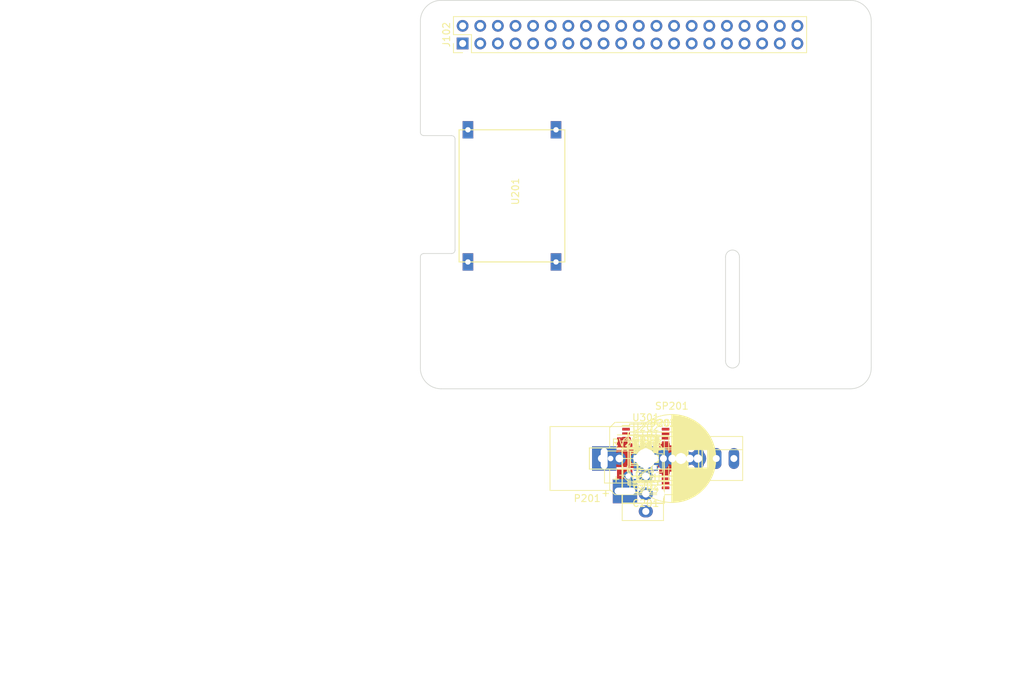
<source format=kicad_pcb>
(kicad_pcb (version 4) (host pcbnew 4.0.7)
  (title_block (date "15 nov 2012"))
  (layers (0 F.Cu signal) (31 B.Cu signal) (34 B.Paste user) (35 F.Paste user) (36 B.SilkS user) (37 F.SilkS user) (38 B.Mask user) (39 F.Mask user) (44 Edge.Cuts user))
  (net 0 "")
  (net 1 +3V3)
  (net 2 GND)
  (net 3 +VDC)
  (net 4 P5V)
  (net 5 1Wire)
  (net 6 /P3V3_HAT)
  (net 7 /P5V_HAT)
  (net 8 SDA)
  (net 9 SCL)
  (net 10 ADC_/DRdy)
  (net 11 SSR1)
  (net 12 ADC_Start)
  (net 13 ADC_/Reset)
  (net 14 SSR2)
  (net 15 SSR3)
  (net 16 SPI_MOSI)
  (net 17 SPI_MISO)
  (net 18 BUZ)
  (net 19 SPI_CLK)
  (net 20 SPI_CS)
  (net 21 /ID_SD_EEPROM)
  (net 22 /ID_SC_EEPROM)
  (net 23 PWM1)
  (net 24 PWM2)
  (net 25 GPIO)
  (net 26 /ADC/Vref)
  (net 27 "Net-(C203-Pad1)")
  (net 28 "Net-(C301-Pad1)")
  (net 29 "Net-(C302-Pad1)")
  (net 30 "Net-(C303-Pad2)")
  (net 31 "Net-(C304-Pad2)")
  (net 32 "Net-(C306-Pad1)")
  (net 33 "Net-(C307-Pad1)")
  (net 34 "Net-(C309-Pad1)")
  (net 35 "Net-(D203-Pad2)")
  (net 36 "Net-(D204-Pad1)")
  (net 37 "Net-(D204-Pad2)")
  (net 38 "Net-(D206-Pad1)")
  (net 39 "Net-(D207-Pad1)")
  (net 40 "Net-(D207-Pad2)")
  (net 41 "Net-(D209-Pad1)")
  (net 42 "Net-(D209-Pad2)")
  (net 43 "Net-(J101-Pad2)")
  (net 44 "Net-(P206-Pad3)")
  (net 45 "Net-(P206-Pad4)")
  (net 46 "Net-(P207-Pad6)")
  (net 47 "Net-(P303-Pad1)")
  (net 48 "Net-(P303-Pad2)")
  (net 49 "Net-(P304-Pad1)")
  (net 50 "Net-(P304-Pad2)")
  (net 51 "Net-(Q101-Pad1)")
  (net 52 "Net-(Q101-Pad4)")
  (net 53 "Net-(Q201-Pad1)")
  (net 54 "Net-(Q202-Pad1)")
  (net 55 "Net-(Q203-Pad1)")
  (net 56 "Net-(Q204-Pad1)")
  (net 57 "Net-(Q204-Pad3)")
  (net 58 "Net-(Q205-Pad1)")
  (net 59 "Net-(R217-Pad2)")
  (net 60 "Net-(R218-Pad1)")
  (net 61 "Net-(R218-Pad2)")
  (net 62 "Net-(R301-Pad2)")
  (net 63 "Net-(R304-Pad2)")
  (net 64 "Net-(R305-Pad2)")
  (net 65 "Net-(R306-Pad2)")
  (net 66 "Net-(R307-Pad2)")
  (net 67 "Net-(R308-Pad2)")
  (net 68 "Net-(R309-Pad2)")
  (net 69 "Net-(R310-Pad2)")
  (net 70 "Net-(RV201-Pad2)")
  (module Capacitors_SMD:CP_Elec_10x10.5 (layer F.Cu) (at 232.5 160.050001)
    (fp_text reference C201 (at 0 6.46) (layer F.SilkS))
    (fp_text value 470uF)
    (fp_text user + (at -5.78 4.97) (layer F.SilkS))
    (pad 1 smd rect (at -4 0 180) (size 4 2.5) (layers F.Cu F.Paste F.Mask) (net 4 P5V))
    (pad 2 smd rect (at 4 0 180) (size 4 2.5) (layers F.Cu F.Paste F.Mask) (net 2 GND))
  )
  (module Capacitors_SMD:CP_Elec_5x5.3 (layer F.Cu) (at 232.5 160.050001)
    (fp_text reference C202 (at 0 3.92) (layer F.SilkS))
    (fp_text value "47uF, low ESR")
    (fp_text user + (at -3.38 2.34) (layer F.SilkS))
    (pad 1 smd rect (at -2.2 0 180) (size 3 1.6) (layers F.Cu F.Paste F.Mask) (net 4 P5V))
    (pad 2 smd rect (at 2.2 0 180) (size 3 1.6) (layers F.Cu F.Paste F.Mask) (net 2 GND))
  )
  (module Capacitors_SMD:C_0805_HandSoldering (layer F.Cu) (at 232.5 160.050001)
    (fp_text reference C203 (at 0 -1.75) (layer F.SilkS))
    (fp_text value 1u)
    (pad 1 smd rect (at -1.25 0) (size 1.5 1.25) (layers F.Cu F.Paste F.Mask) (net 27 "Net-(C203-Pad1)"))
    (pad 2 smd rect (at 1.25 0) (size 1.5 1.25) (layers F.Cu F.Paste F.Mask) (net 2 GND))
  )
  (module Capacitors_SMD:CP_Elec_6.3x7.7 (layer F.Cu) (at 232.5 160.050001)
    (fp_text reference C204 (at 0 4.43) (layer F.SilkS))
    (fp_text value "470uF, low ESR")
    (fp_text user + (at -4.28 2.91) (layer F.SilkS))
    (pad 1 smd rect (at -2.7 0 180) (size 3.5 1.6) (layers F.Cu F.Paste F.Mask) (net 1 +3V3))
    (pad 2 smd rect (at 2.7 0 180) (size 3.5 1.6) (layers F.Cu F.Paste F.Mask) (net 2 GND))
  )
  (module Capacitors_SMD:C_0805_HandSoldering (layer F.Cu) (at 232.5 160.050001)
    (fp_text reference C205 (at 0 -1.75) (layer F.SilkS))
    (fp_text value 1u)
    (pad 1 smd rect (at -1.25 0) (size 1.5 1.25) (layers F.Cu F.Paste F.Mask) (net 1 +3V3))
    (pad 2 smd rect (at 1.25 0) (size 1.5 1.25) (layers F.Cu F.Paste F.Mask) (net 2 GND))
  )
  (module Capacitors_SMD:C_0805_HandSoldering (layer F.Cu) (at 232.5 160.050001)
    (fp_text reference C206 (at 0 -1.75) (layer F.SilkS))
    (fp_text value 1u)
    (pad 1 smd rect (at -1.25 0) (size 1.5 1.25) (layers F.Cu F.Paste F.Mask) (net 1 +3V3))
    (pad 2 smd rect (at 1.25 0) (size 1.5 1.25) (layers F.Cu F.Paste F.Mask) (net 2 GND))
  )
  (module Capacitors_SMD:C_0805_HandSoldering (layer F.Cu) (at 232.5 160.050001)
    (fp_text reference C207 (at 0 -1.75) (layer F.SilkS))
    (fp_text value 1u)
    (pad 1 smd rect (at -1.25 0) (size 1.5 1.25) (layers F.Cu F.Paste F.Mask) (net 4 P5V))
    (pad 2 smd rect (at 1.25 0) (size 1.5 1.25) (layers F.Cu F.Paste F.Mask) (net 2 GND))
  )
  (module Capacitors_SMD:C_0805_HandSoldering (layer F.Cu) (at 232.5 160.050001)
    (fp_text reference C301 (at 0 -1.75) (layer F.SilkS))
    (fp_text value 1n)
    (pad 1 smd rect (at -1.25 0) (size 1.5 1.25) (layers F.Cu F.Paste F.Mask) (net 28 "Net-(C301-Pad1)"))
    (pad 2 smd rect (at 1.25 0) (size 1.5 1.25) (layers F.Cu F.Paste F.Mask) (net 2 GND))
  )
  (module Capacitors_SMD:C_0805_HandSoldering (layer F.Cu) (at 232.5 160.050001)
    (fp_text reference C302 (at 0 -1.75) (layer F.SilkS))
    (fp_text value 1n)
    (pad 1 smd rect (at -1.25 0) (size 1.5 1.25) (layers F.Cu F.Paste F.Mask) (net 29 "Net-(C302-Pad1)"))
    (pad 2 smd rect (at 1.25 0) (size 1.5 1.25) (layers F.Cu F.Paste F.Mask) (net 2 GND))
  )
  (module Capacitors_SMD:C_0805_HandSoldering (layer F.Cu) (at 232.5 160.050001)
    (fp_text reference C303 (at 0 -1.75) (layer F.SilkS))
    (fp_text value 1n)
    (pad 1 smd rect (at -1.25 0) (size 1.5 1.25) (layers F.Cu F.Paste F.Mask) (net 2 GND))
    (pad 2 smd rect (at 1.25 0) (size 1.5 1.25) (layers F.Cu F.Paste F.Mask) (net 30 "Net-(C303-Pad2)"))
  )
  (module Capacitors_SMD:C_0805_HandSoldering (layer F.Cu) (at 232.5 160.050001)
    (fp_text reference C304 (at 0 -1.75) (layer F.SilkS))
    (fp_text value 1n)
    (pad 1 smd rect (at -1.25 0) (size 1.5 1.25) (layers F.Cu F.Paste F.Mask) (net 2 GND))
    (pad 2 smd rect (at 1.25 0) (size 1.5 1.25) (layers F.Cu F.Paste F.Mask) (net 31 "Net-(C304-Pad2)"))
  )
  (module Capacitors_SMD:C_0805_HandSoldering (layer F.Cu) (at 232.5 160.050001)
    (fp_text reference C305 (at 0 -1.75) (layer F.SilkS))
    (fp_text value 100n)
    (pad 1 smd rect (at -1.25 0) (size 1.5 1.25) (layers F.Cu F.Paste F.Mask) (net 2 GND))
    (pad 2 smd rect (at 1.25 0) (size 1.5 1.25) (layers F.Cu F.Paste F.Mask) (net 1 +3V3))
  )
  (module Capacitors_SMD:C_0805_HandSoldering (layer F.Cu) (at 232.5 160.050001)
    (fp_text reference C306 (at 0 -1.75) (layer F.SilkS))
    (fp_text value 3.3n)
    (pad 1 smd rect (at -1.25 0) (size 1.5 1.25) (layers F.Cu F.Paste F.Mask) (net 32 "Net-(C306-Pad1)"))
    (pad 2 smd rect (at 1.25 0) (size 1.5 1.25) (layers F.Cu F.Paste F.Mask) (net 2 GND))
  )
  (module Capacitors_SMD:C_0805_HandSoldering (layer F.Cu) (at 232.5 160.050001)
    (fp_text reference C307 (at 0 -1.75) (layer F.SilkS))
    (fp_text value 33n)
    (pad 1 smd rect (at -1.25 0) (size 1.5 1.25) (layers F.Cu F.Paste F.Mask) (net 33 "Net-(C307-Pad1)"))
    (pad 2 smd rect (at 1.25 0) (size 1.5 1.25) (layers F.Cu F.Paste F.Mask) (net 32 "Net-(C306-Pad1)"))
  )
  (module Capacitors_SMD:C_0805_HandSoldering (layer F.Cu) (at 232.5 160.050001)
    (fp_text reference C308 (at 0 -1.75) (layer F.SilkS))
    (fp_text value 3.3n)
    (pad 1 smd rect (at -1.25 0) (size 1.5 1.25) (layers F.Cu F.Paste F.Mask) (net 2 GND))
    (pad 2 smd rect (at 1.25 0) (size 1.5 1.25) (layers F.Cu F.Paste F.Mask) (net 33 "Net-(C307-Pad1)"))
  )
  (module Capacitors_SMD:C_0805_HandSoldering (layer F.Cu) (at 232.5 160.050001)
    (fp_text reference C309 (at 0 -1.75) (layer F.SilkS))
    (fp_text value 1u)
    (pad 1 smd rect (at -1.25 0) (size 1.5 1.25) (layers F.Cu F.Paste F.Mask) (net 34 "Net-(C309-Pad1)"))
    (pad 2 smd rect (at 1.25 0) (size 1.5 1.25) (layers F.Cu F.Paste F.Mask) (net 2 GND))
  )
  (module Capacitors_SMD:C_0805_HandSoldering (layer F.Cu) (at 232.5 160.050001)
    (fp_text reference C310 (at 0 -1.75) (layer F.SilkS))
    (fp_text value 100n)
    (pad 1 smd rect (at -1.25 0) (size 1.5 1.25) (layers F.Cu F.Paste F.Mask) (net 2 GND))
    (pad 2 smd rect (at 1.25 0) (size 1.5 1.25) (layers F.Cu F.Paste F.Mask) (net 1 +3V3))
  )
  (module Diodes_SMD:D_SOD-123 (layer F.Cu) (at 232.5 160.050001)
    (fp_text reference D201 (at 0 -2) (layer F.SilkS))
    (fp_text value 1N5819)
    (pad 1 smd rect (at -1.65 0) (size 0.9 1.2) (layers F.Cu F.Paste F.Mask) (net 1 +3V3))
    (pad 2 smd rect (at 1.65 0) (size 0.9 1.2) (layers F.Cu F.Paste F.Mask) (net 5 1Wire))
  )
  (module Diodes_SMD:D_SOD-123 (layer F.Cu) (at 232.5 160.050001)
    (fp_text reference D202 (at 0 -2) (layer F.SilkS))
    (fp_text value 1N5819)
    (pad 1 smd rect (at -1.65 0) (size 0.9 1.2) (layers F.Cu F.Paste F.Mask) (net 5 1Wire))
    (pad 2 smd rect (at 1.65 0) (size 0.9 1.2) (layers F.Cu F.Paste F.Mask) (net 2 GND))
  )
  (module Diodes_SMD:D_SOD-123 (layer F.Cu) (at 232.5 160.050001)
    (fp_text reference D203 (at 0 -2) (layer F.SilkS))
    (fp_text value DB2X41500L)
    (pad 1 smd rect (at -1.65 0) (size 0.9 1.2) (layers F.Cu F.Paste F.Mask) (net 3 +VDC))
    (pad 2 smd rect (at 1.65 0) (size 0.9 1.2) (layers F.Cu F.Paste F.Mask) (net 35 "Net-(D203-Pad2)"))
  )
  (module LEDs:LED_0805_HandSoldering (layer F.Cu) (at 232.5 160.050001)
    (fp_text reference D204 (at 0 -1.7) (layer F.SilkS))
    (fp_text value KPT-1608SGC)
    (pad 1 smd rect (at -1.35 0) (size 1.5 1.3) (layers F.Cu F.Paste F.Mask) (net 36 "Net-(D204-Pad1)"))
    (pad 2 smd rect (at 1.35 0) (size 1.5 1.3) (layers F.Cu F.Paste F.Mask) (net 37 "Net-(D204-Pad2)"))
  )
  (module Diodes_SMD:D_SOD-123 (layer F.Cu) (at 232.5 160.050001)
    (fp_text reference D205 (at 0 -2) (layer F.SilkS))
    (fp_text value 1N5819)
    (pad 1 smd rect (at -1.65 0) (size 0.9 1.2) (layers F.Cu F.Paste F.Mask) (net 3 +VDC))
    (pad 2 smd rect (at 1.65 0) (size 0.9 1.2) (layers F.Cu F.Paste F.Mask) (net 36 "Net-(D204-Pad1)"))
  )
  (module Diodes_SMD:D_SOD-123 (layer F.Cu) (at 232.5 160.050001)
    (fp_text reference D206 (at 0 -2) (layer F.SilkS))
    (fp_text value 1N5819)
    (pad 1 smd rect (at -1.65 0) (size 0.9 1.2) (layers F.Cu F.Paste F.Mask) (net 38 "Net-(D206-Pad1)"))
    (pad 2 smd rect (at 1.65 0) (size 0.9 1.2) (layers F.Cu F.Paste F.Mask) (net 2 GND))
  )
  (module LEDs:LED_0805_HandSoldering (layer F.Cu) (at 232.5 160.050001)
    (fp_text reference D207 (at 0 -1.7) (layer F.SilkS))
    (fp_text value KPT-1608SGC)
    (pad 1 smd rect (at -1.35 0) (size 1.5 1.3) (layers F.Cu F.Paste F.Mask) (net 39 "Net-(D207-Pad1)"))
    (pad 2 smd rect (at 1.35 0) (size 1.5 1.3) (layers F.Cu F.Paste F.Mask) (net 40 "Net-(D207-Pad2)"))
  )
  (module Diodes_SMD:D_SOD-123 (layer F.Cu) (at 232.5 160.050001)
    (fp_text reference D208 (at 0 -2) (layer F.SilkS))
    (fp_text value 1N5819)
    (pad 1 smd rect (at -1.65 0) (size 0.9 1.2) (layers F.Cu F.Paste F.Mask) (net 3 +VDC))
    (pad 2 smd rect (at 1.65 0) (size 0.9 1.2) (layers F.Cu F.Paste F.Mask) (net 39 "Net-(D207-Pad1)"))
  )
  (module LEDs:LED_0805_HandSoldering (layer F.Cu) (at 232.5 160.050001)
    (fp_text reference D209 (at 0 -1.7) (layer F.SilkS))
    (fp_text value KPT-1608SGC)
    (pad 1 smd rect (at -1.35 0) (size 1.5 1.3) (layers F.Cu F.Paste F.Mask) (net 41 "Net-(D209-Pad1)"))
    (pad 2 smd rect (at 1.35 0) (size 1.5 1.3) (layers F.Cu F.Paste F.Mask) (net 42 "Net-(D209-Pad2)"))
  )
  (module Diodes_SMD:D_SOD-123 (layer F.Cu) (at 232.5 160.050001)
    (fp_text reference D210 (at 0 -2) (layer F.SilkS))
    (fp_text value 1N5819)
    (pad 1 smd rect (at -1.65 0) (size 0.9 1.2) (layers F.Cu F.Paste F.Mask) (net 3 +VDC))
    (pad 2 smd rect (at 1.65 0) (size 0.9 1.2) (layers F.Cu F.Paste F.Mask) (net 41 "Net-(D209-Pad1)"))
  )
  (module Diodes_SMD:D_SOD-523 (layer F.Cu) (at 232.5 160.050001)
    (fp_text reference D301 (at 0 -1.3) (layer F.SilkS))
    (fp_text value ESD5Z3.3T1G)
    (pad 2 smd rect (at 0.7 0 180) (size 0.6 0.7) (layers F.Cu F.Paste F.Mask) (net 2 GND))
    (pad 1 smd rect (at -0.7 0 180) (size 0.6 0.7) (layers F.Cu F.Paste F.Mask) (net 28 "Net-(C301-Pad1)"))
  )
  (module Diodes_SMD:D_SOD-523 (layer F.Cu) (at 232.5 160.050001)
    (fp_text reference D302 (at 0 -1.3) (layer F.SilkS))
    (fp_text value ESD5Z3.3T1G)
    (pad 2 smd rect (at 0.7 0 180) (size 0.6 0.7) (layers F.Cu F.Paste F.Mask) (net 2 GND))
    (pad 1 smd rect (at -0.7 0 180) (size 0.6 0.7) (layers F.Cu F.Paste F.Mask) (net 29 "Net-(C302-Pad1)"))
  )
  (module Diodes_SMD:D_SOD-523 (layer F.Cu) (at 232.5 160.050001)
    (fp_text reference D303 (at 0 -1.3) (layer F.SilkS))
    (fp_text value ESD5Z3.3T1G)
    (pad 2 smd rect (at 0.7 0 180) (size 0.6 0.7) (layers F.Cu F.Paste F.Mask) (net 2 GND))
    (pad 1 smd rect (at -0.7 0 180) (size 0.6 0.7) (layers F.Cu F.Paste F.Mask) (net 30 "Net-(C303-Pad2)"))
  )
  (module Diodes_SMD:D_SOD-523 (layer F.Cu) (at 232.5 160.050001)
    (fp_text reference D304 (at 0 -1.3) (layer F.SilkS))
    (fp_text value ESD5Z3.3T1G)
    (pad 2 smd rect (at 0.7 0 180) (size 0.6 0.7) (layers F.Cu F.Paste F.Mask) (net 2 GND))
    (pad 1 smd rect (at -0.7 0 180) (size 0.6 0.7) (layers F.Cu F.Paste F.Mask) (net 31 "Net-(C304-Pad2)"))
  )
  (module project_footprints:NPTH_3mm_ID (layer F.Cu) (at 232.5 160.050001)
    (fp_text reference H101 (at 0.06 0.09) (layer F.SilkS))
    (fp_text value 3mm_Mounting_Hole)
    (pad "" np_thru_hole circle (at 0 0) (size 3 3) (drill 2.75) (layers *.Cu *.Mask) (clearance 1.6))
  )
  (module project_footprints:NPTH_3mm_ID (layer F.Cu) (at 232.5 160.050001)
    (fp_text reference H102 (at 0.06 0.09) (layer F.SilkS))
    (fp_text value 3mm_Mounting_Hole)
    (pad "" np_thru_hole circle (at 0 0) (size 3 3) (drill 2.75) (layers *.Cu *.Mask) (clearance 1.6))
  )
  (module project_footprints:NPTH_3mm_ID (layer F.Cu) (at 232.5 160.050001)
    (fp_text reference H103 (at 0.06 0.09) (layer F.SilkS))
    (fp_text value 3mm_Mounting_Hole)
    (pad "" np_thru_hole circle (at 0 0) (size 3 3) (drill 2.75) (layers *.Cu *.Mask) (clearance 1.6))
  )
  (module project_footprints:NPTH_3mm_ID (layer F.Cu) (at 232.5 160.050001)
    (fp_text reference H104 (at 0.06 0.09) (layer F.SilkS))
    (fp_text value 3mm_Mounting_Hole)
    (pad "" np_thru_hole circle (at 0 0) (size 3 3) (drill 2.75) (layers *.Cu *.Mask) (clearance 1.6))
  )
  (module Pin_Headers:Pin_Header_Straight_1x02_Pitch1.27mm (layer F.Cu) (at 232.5 160.050001)
    (fp_text reference J101 (at 0 -1.695) (layer F.SilkS))
    (fp_text value CONN_01X02)
    (pad 1 thru_hole rect (at 0 0) (size 1 1) (drill 0.65) (layers *.Cu *.Mask) (net 2 GND))
    (pad 2 thru_hole oval (at 0 1.27) (size 1 1) (drill 0.65) (layers *.Cu *.Mask) (net 43 "Net-(J101-Pad2)"))
  )
  (module Pin_Headers:Pin_Header_Straight_2x20_Pitch2.54mm (layer F.Cu) (at 206.096 100.216 90)
    (fp_text reference J102 (at 1.27 -2.33 90) (layer F.SilkS))
    (fp_text value 40HAT)
    (pad 1 thru_hole rect (at 0 0 90) (size 1.7 1.7) (drill 1) (layers *.Cu *.Mask) (net 6 /P3V3_HAT))
    (pad 2 thru_hole oval (at 2.54 0 90) (size 1.7 1.7) (drill 1) (layers *.Cu *.Mask) (net 7 /P5V_HAT))
    (pad 3 thru_hole oval (at 0 2.54 90) (size 1.7 1.7) (drill 1) (layers *.Cu *.Mask) (net 8 SDA))
    (pad 4 thru_hole oval (at 2.54 2.54 90) (size 1.7 1.7) (drill 1) (layers *.Cu *.Mask) (net 7 /P5V_HAT))
    (pad 5 thru_hole oval (at 0 5.08 90) (size 1.7 1.7) (drill 1) (layers *.Cu *.Mask) (net 9 SCL))
    (pad 6 thru_hole oval (at 2.54 5.08 90) (size 1.7 1.7) (drill 1) (layers *.Cu *.Mask) (net 2 GND))
    (pad 7 thru_hole oval (at 0 7.62 90) (size 1.7 1.7) (drill 1) (layers *.Cu *.Mask))
    (pad 8 thru_hole oval (at 2.54 7.62 90) (size 1.7 1.7) (drill 1) (layers *.Cu *.Mask))
    (pad 9 thru_hole oval (at 0 10.16 90) (size 1.7 1.7) (drill 1) (layers *.Cu *.Mask) (net 2 GND))
    (pad 10 thru_hole oval (at 2.54 10.16 90) (size 1.7 1.7) (drill 1) (layers *.Cu *.Mask))
    (pad 11 thru_hole oval (at 0 12.7 90) (size 1.7 1.7) (drill 1) (layers *.Cu *.Mask) (net 10 ADC_/DRdy))
    (pad 12 thru_hole oval (at 2.54 12.7 90) (size 1.7 1.7) (drill 1) (layers *.Cu *.Mask) (net 11 SSR1))
    (pad 13 thru_hole oval (at 0 15.24 90) (size 1.7 1.7) (drill 1) (layers *.Cu *.Mask) (net 12 ADC_Start))
    (pad 14 thru_hole oval (at 2.54 15.24 90) (size 1.7 1.7) (drill 1) (layers *.Cu *.Mask) (net 2 GND))
    (pad 15 thru_hole oval (at 0 17.78 90) (size 1.7 1.7) (drill 1) (layers *.Cu *.Mask) (net 13 ADC_/Reset))
    (pad 16 thru_hole oval (at 2.54 17.78 90) (size 1.7 1.7) (drill 1) (layers *.Cu *.Mask) (net 14 SSR2))
    (pad 17 thru_hole oval (at 0 20.32 90) (size 1.7 1.7) (drill 1) (layers *.Cu *.Mask))
    (pad 18 thru_hole oval (at 2.54 20.32 90) (size 1.7 1.7) (drill 1) (layers *.Cu *.Mask) (net 15 SSR3))
    (pad 19 thru_hole oval (at 0 22.86 90) (size 1.7 1.7) (drill 1) (layers *.Cu *.Mask) (net 16 SPI_MOSI))
    (pad 20 thru_hole oval (at 2.54 22.86 90) (size 1.7 1.7) (drill 1) (layers *.Cu *.Mask) (net 2 GND))
    (pad 21 thru_hole oval (at 0 25.4 90) (size 1.7 1.7) (drill 1) (layers *.Cu *.Mask) (net 17 SPI_MISO))
    (pad 22 thru_hole oval (at 2.54 25.4 90) (size 1.7 1.7) (drill 1) (layers *.Cu *.Mask) (net 18 BUZ))
    (pad 23 thru_hole oval (at 0 27.94 90) (size 1.7 1.7) (drill 1) (layers *.Cu *.Mask) (net 19 SPI_CLK))
    (pad 24 thru_hole oval (at 2.54 27.94 90) (size 1.7 1.7) (drill 1) (layers *.Cu *.Mask) (net 20 SPI_CS))
    (pad 25 thru_hole oval (at 0 30.48 90) (size 1.7 1.7) (drill 1) (layers *.Cu *.Mask) (net 2 GND))
    (pad 26 thru_hole oval (at 2.54 30.48 90) (size 1.7 1.7) (drill 1) (layers *.Cu *.Mask))
    (pad 27 thru_hole oval (at 0 33.02 90) (size 1.7 1.7) (drill 1) (layers *.Cu *.Mask) (net 21 /ID_SD_EEPROM))
    (pad 28 thru_hole oval (at 2.54 33.02 90) (size 1.7 1.7) (drill 1) (layers *.Cu *.Mask) (net 22 /ID_SC_EEPROM))
    (pad 29 thru_hole oval (at 0 35.56 90) (size 1.7 1.7) (drill 1) (layers *.Cu *.Mask) (net 5 1Wire))
    (pad 30 thru_hole oval (at 2.54 35.56 90) (size 1.7 1.7) (drill 1) (layers *.Cu *.Mask) (net 2 GND))
    (pad 31 thru_hole oval (at 0 38.1 90) (size 1.7 1.7) (drill 1) (layers *.Cu *.Mask))
    (pad 32 thru_hole oval (at 2.54 38.1 90) (size 1.7 1.7) (drill 1) (layers *.Cu *.Mask) (net 23 PWM1))
    (pad 33 thru_hole oval (at 0 40.64 90) (size 1.7 1.7) (drill 1) (layers *.Cu *.Mask) (net 24 PWM2))
    (pad 34 thru_hole oval (at 2.54 40.64 90) (size 1.7 1.7) (drill 1) (layers *.Cu *.Mask) (net 2 GND))
    (pad 35 thru_hole oval (at 0 43.18 90) (size 1.7 1.7) (drill 1) (layers *.Cu *.Mask))
    (pad 36 thru_hole oval (at 2.54 43.18 90) (size 1.7 1.7) (drill 1) (layers *.Cu *.Mask))
    (pad 37 thru_hole oval (at 0 45.72 90) (size 1.7 1.7) (drill 1) (layers *.Cu *.Mask) (net 25 GPIO))
    (pad 38 thru_hole oval (at 2.54 45.72 90) (size 1.7 1.7) (drill 1) (layers *.Cu *.Mask))
    (pad 39 thru_hole oval (at 0 48.26 90) (size 1.7 1.7) (drill 1) (layers *.Cu *.Mask) (net 2 GND))
    (pad 40 thru_hole oval (at 2.54 48.26 90) (size 1.7 1.7) (drill 1) (layers *.Cu *.Mask))
  )
  (module Pin_Headers:Pin_Header_Straight_2x02_Pitch1.27mm (layer F.Cu) (at 232.5 160.050001)
    (fp_text reference J103 (at 0.635 -1.695) (layer F.SilkS))
    (fp_text value CONN_02X02)
    (pad 1 thru_hole rect (at 0 0) (size 1 1) (drill 0.65) (layers *.Cu *.Mask) (net 1 +3V3))
    (pad 2 thru_hole oval (at 1.27 0) (size 1 1) (drill 0.65) (layers *.Cu *.Mask) (net 6 /P3V3_HAT))
    (pad 3 thru_hole oval (at 0 1.27) (size 1 1) (drill 0.65) (layers *.Cu *.Mask) (net 4 P5V))
    (pad 4 thru_hole oval (at 1.27 1.27) (size 1 1) (drill 0.65) (layers *.Cu *.Mask) (net 7 /P5V_HAT))
  )
  (module project_footprints:bornier6_2.54 (layer F.Cu) (at 232.5 160.050001)
    (fp_text reference J201 (at 0 2.794) (layer F.SilkS))
    (fp_text value Conn_01x06)
    (pad 3 thru_hole circle (at -1.27 0) (size 1.85 1.85) (drill 1.1) (layers *.Cu *.Mask) (net 2 GND))
    (pad 2 thru_hole circle (at -3.81 0) (size 1.85 1.85) (drill 1.1) (layers *.Cu *.Mask) (net 5 1Wire))
    (pad 1 thru_hole rect (at -6.35 0) (size 1.85 1.85) (drill 1.1) (layers *.Cu *.Mask) (net 1 +3V3))
    (pad 4 thru_hole circle (at 1.27 0) (size 1.85 1.85) (drill 1.1) (layers *.Cu *.Mask) (net 1 +3V3))
    (pad 5 thru_hole circle (at 3.81 0) (size 1.85 1.85) (drill 1.1) (layers *.Cu *.Mask) (net 5 1Wire))
    (pad 6 thru_hole circle (at 6.35 0) (size 1.85 1.85) (drill 1.1) (layers *.Cu *.Mask) (net 2 GND))
  )
  (module Connectors_Terminal_Blocks:TerminalBlock_bornier-2_P5.08mm (layer F.Cu) (at 232.5 160.050001)
    (fp_text reference J202 (at 2.54 -5.08) (layer F.SilkS))
    (fp_text value PWM)
    (pad 1 thru_hole rect (at 0 0) (size 3 3) (drill 1.52) (layers *.Cu *.Mask) (net 3 +VDC))
    (pad 2 thru_hole circle (at 5.08 0) (size 3 3) (drill 1.52) (layers *.Cu *.Mask) (net 38 "Net-(D206-Pad1)"))
  )
  (module Connectors:BARREL_JACK (layer F.Cu) (at 232.5 160.050001)
    (fp_text reference P201 (at -8.45 5.75 180) (layer F.SilkS))
    (fp_text value "Power jack")
    (pad 1 thru_hole rect (at 0 0) (size 3.5 3.5) (drill oval 1 3) (layers *.Cu *.Mask) (net 35 "Net-(D203-Pad2)"))
    (pad 2 thru_hole rect (at -6 0) (size 3.5 3.5) (drill oval 1 3) (layers *.Cu *.Mask) (net 2 GND))
    (pad 3 thru_hole rect (at -3 4.7) (size 3.5 3.5) (drill oval 3 1) (layers *.Cu *.Mask) (net 2 GND))
  )
  (module Connectors_Terminal_Blocks:TerminalBlock_bornier-2_P5.08mm (layer F.Cu) (at 232.5 160.050001)
    (fp_text reference P202 (at 2.54 -5.08) (layer F.SilkS))
    (fp_text value Power)
    (pad 1 thru_hole rect (at 0 0) (size 3 3) (drill 1.52) (layers *.Cu *.Mask) (net 2 GND))
    (pad 2 thru_hole circle (at 5.08 0) (size 3 3) (drill 1.52) (layers *.Cu *.Mask) (net 35 "Net-(D203-Pad2)"))
  )
  (module Connectors_Terminal_Blocks:TerminalBlock_bornier-2_P5.08mm (layer F.Cu) (at 232.5 160.050001)
    (fp_text reference P203 (at 2.54 -5.08) (layer F.SilkS))
    (fp_text value "SSR 1")
    (pad 1 thru_hole rect (at 0 0) (size 3 3) (drill 1.52) (layers *.Cu *.Mask) (net 3 +VDC))
    (pad 2 thru_hole circle (at 5.08 0) (size 3 3) (drill 1.52) (layers *.Cu *.Mask) (net 36 "Net-(D204-Pad1)"))
  )
  (module Connectors_Terminal_Blocks:TerminalBlock_bornier-2_P5.08mm (layer F.Cu) (at 232.5 160.050001)
    (fp_text reference P204 (at 2.54 -5.08) (layer F.SilkS))
    (fp_text value "SSR 2")
    (pad 1 thru_hole rect (at 0 0) (size 3 3) (drill 1.52) (layers *.Cu *.Mask) (net 3 +VDC))
    (pad 2 thru_hole circle (at 5.08 0) (size 3 3) (drill 1.52) (layers *.Cu *.Mask) (net 39 "Net-(D207-Pad1)"))
  )
  (module Connectors_Terminal_Blocks:TerminalBlock_bornier-2_P5.08mm (layer F.Cu) (at 232.5 160.050001)
    (fp_text reference P205 (at 2.54 -5.08) (layer F.SilkS))
    (fp_text value "SSR 3")
    (pad 1 thru_hole rect (at 0 0) (size 3 3) (drill 1.52) (layers *.Cu *.Mask) (net 3 +VDC))
    (pad 2 thru_hole circle (at 5.08 0) (size 3 3) (drill 1.52) (layers *.Cu *.Mask) (net 41 "Net-(D209-Pad1)"))
  )
  (module Connectors:Fan_Pin_Header_Straight_1x04 (layer F.Cu) (at 232.5 160.050001)
    (fp_text reference P206 (at 0 -2.1) (layer F.SilkS))
    (fp_text value i2c_ext)
    (pad 1 thru_hole rect (at 0 0) (size 2.03 1.73) (drill 1.02) (layers *.Cu *.Mask) (net 2 GND))
    (pad 2 thru_hole oval (at 0 2.54) (size 2.03 1.73) (drill 1.02) (layers *.Cu *.Mask) (net 1 +3V3))
    (pad 3 thru_hole oval (at 0 5.08) (size 2.03 1.73) (drill 1.02) (layers *.Cu *.Mask) (net 44 "Net-(P206-Pad3)"))
    (pad 4 thru_hole oval (at 0 7.62) (size 2.03 1.73) (drill 1.02) (layers *.Cu *.Mask) (net 45 "Net-(P206-Pad4)"))
    (pad "" np_thru_hole circle (at 2.16 5.08) (size 1.1 1.1) (drill 1.1) (layers *.Cu *.Mask))
  )
  (module Connectors:PINHEAD1-6 (layer F.Cu) (at 232.5 160.050001)
    (fp_text reference P207 (at 6.35 -3.75) (layer F.SilkS))
    (fp_text value Ext)
    (pad 1 thru_hole oval (at 0 0) (size 1.51 3.01) (drill 1) (layers *.Cu *.Mask) (net 4 P5V))
    (pad 2 thru_hole oval (at 2.54 0) (size 1.51 3.01) (drill 1) (layers *.Cu *.Mask) (net 1 +3V3))
    (pad 3 thru_hole oval (at 5.08 0) (size 1.51 3.01) (drill 1) (layers *.Cu *.Mask) (net 25 GPIO))
    (pad 4 thru_hole oval (at 7.62 0) (size 1.51 3.01) (drill 1) (layers *.Cu *.Mask) (net 2 GND))
    (pad 5 thru_hole oval (at 10.16 0) (size 1.51 3.01) (drill 1) (layers *.Cu *.Mask) (net 2 GND))
    (pad 6 thru_hole oval (at 12.7 0) (size 1.51 3.01) (drill 1) (layers *.Cu *.Mask) (net 46 "Net-(P207-Pad6)"))
  )
  (module Connectors:Fan_Pin_Header_Straight_1x03 (layer F.Cu) (at 232.5 160.050001)
    (fp_text reference P301 (at 0 -2.1) (layer F.SilkS))
    (fp_text value CONN_01X03)
    (pad 1 thru_hole rect (at 0 0) (size 2.03 1.73) (drill 1.02) (layers *.Cu *.Mask) (net 28 "Net-(C301-Pad1)"))
    (pad 2 thru_hole oval (at 0 2.54) (size 2.03 1.73) (drill 1.02) (layers *.Cu *.Mask) (net 30 "Net-(C303-Pad2)"))
    (pad 3 thru_hole oval (at 0 5.08) (size 2.03 1.73) (drill 1.02) (layers *.Cu *.Mask) (net 26 /ADC/Vref))
  )
  (module Connectors:Fan_Pin_Header_Straight_1x03 (layer F.Cu) (at 232.5 160.050001)
    (fp_text reference P302 (at 0 -2.1) (layer F.SilkS))
    (fp_text value CONN_01X03)
    (pad 1 thru_hole rect (at 0 0) (size 2.03 1.73) (drill 1.02) (layers *.Cu *.Mask) (net 29 "Net-(C302-Pad1)"))
    (pad 2 thru_hole oval (at 0 2.54) (size 2.03 1.73) (drill 1.02) (layers *.Cu *.Mask) (net 31 "Net-(C304-Pad2)"))
    (pad 3 thru_hole oval (at 0 5.08) (size 2.03 1.73) (drill 1.02) (layers *.Cu *.Mask) (net 26 /ADC/Vref))
  )
  (module Connectors:Fan_Pin_Header_Straight_1x03 (layer F.Cu) (at 232.5 160.050001)
    (fp_text reference P303 (at 0 -2.1) (layer F.SilkS))
    (fp_text value CONN_01X03)
    (pad 1 thru_hole rect (at 0 0) (size 2.03 1.73) (drill 1.02) (layers *.Cu *.Mask) (net 47 "Net-(P303-Pad1)"))
    (pad 2 thru_hole oval (at 0 2.54) (size 2.03 1.73) (drill 1.02) (layers *.Cu *.Mask) (net 48 "Net-(P303-Pad2)"))
    (pad 3 thru_hole oval (at 0 5.08) (size 2.03 1.73) (drill 1.02) (layers *.Cu *.Mask) (net 26 /ADC/Vref))
  )
  (module Connectors:Fan_Pin_Header_Straight_1x03 (layer F.Cu) (at 232.5 160.050001)
    (fp_text reference P304 (at 0 -2.1) (layer F.SilkS))
    (fp_text value CONN_01X03)
    (pad 1 thru_hole rect (at 0 0) (size 2.03 1.73) (drill 1.02) (layers *.Cu *.Mask) (net 49 "Net-(P304-Pad1)"))
    (pad 2 thru_hole oval (at 0 2.54) (size 2.03 1.73) (drill 1.02) (layers *.Cu *.Mask) (net 50 "Net-(P304-Pad2)"))
    (pad 3 thru_hole oval (at 0 5.08) (size 2.03 1.73) (drill 1.02) (layers *.Cu *.Mask) (net 26 /ADC/Vref))
  )
  (module TO_SOT_Packages_SMD:SOT-23-6_Handsoldering (layer F.Cu) (at 232.5 160.050001)
    (fp_text reference Q101 (at 0 -2.9) (layer F.SilkS))
    (fp_text value DMMT5401)
    (pad 1 smd rect (at -1.35 -0.95) (size 1.56 0.65) (layers F.Cu F.Paste F.Mask) (net 51 "Net-(Q101-Pad1)"))
    (pad 2 smd rect (at -1.35 0) (size 1.56 0.65) (layers F.Cu F.Paste F.Mask) (net 51 "Net-(Q101-Pad1)"))
    (pad 3 smd rect (at -1.35 0.95) (size 1.56 0.65) (layers F.Cu F.Paste F.Mask) (net 51 "Net-(Q101-Pad1)"))
    (pad 4 smd rect (at 1.35 0.95) (size 1.56 0.65) (layers F.Cu F.Paste F.Mask) (net 52 "Net-(Q101-Pad4)"))
    (pad 6 smd rect (at 1.35 -0.95) (size 1.56 0.65) (layers F.Cu F.Paste F.Mask) (net 4 P5V))
    (pad 5 smd rect (at 1.35 0) (size 1.56 0.65) (layers F.Cu F.Paste F.Mask) (net 7 /P5V_HAT))
  )
  (module TO_SOT_Packages_SMD:SOT-23_Handsoldering (layer F.Cu) (at 232.5 160.050001)
    (fp_text reference Q102 (at 0 -2.5) (layer F.SilkS))
    (fp_text value DMG2305UX)
    (pad 1 smd rect (at -1.5 -0.95) (size 1.9 0.8) (layers F.Cu F.Paste F.Mask) (net 52 "Net-(Q101-Pad4)"))
    (pad 2 smd rect (at -1.5 0.95) (size 1.9 0.8) (layers F.Cu F.Paste F.Mask) (net 7 /P5V_HAT))
    (pad 3 smd rect (at 1.5 0) (size 1.9 0.8) (layers F.Cu F.Paste F.Mask) (net 4 P5V))
  )
  (module TO_SOT_Packages_SMD:SOT-23_Handsoldering (layer F.Cu) (at 232.5 160.050001)
    (fp_text reference Q201 (at 0 -2.5) (layer F.SilkS))
    (fp_text value "TSM2306 ")
    (pad 1 smd rect (at -1.5 -0.95) (size 1.9 0.8) (layers F.Cu F.Paste F.Mask) (net 53 "Net-(Q201-Pad1)"))
    (pad 2 smd rect (at -1.5 0.95) (size 1.9 0.8) (layers F.Cu F.Paste F.Mask) (net 2 GND))
    (pad 3 smd rect (at 1.5 0) (size 1.9 0.8) (layers F.Cu F.Paste F.Mask) (net 38 "Net-(D206-Pad1)"))
  )
  (module TO_SOT_Packages_SMD:SOT-23_Handsoldering (layer F.Cu) (at 232.5 160.050001)
    (fp_text reference Q202 (at 0 -2.5) (layer F.SilkS))
    (fp_text value NTR4503NT1G)
    (pad 1 smd rect (at -1.5 -0.95) (size 1.9 0.8) (layers F.Cu F.Paste F.Mask) (net 54 "Net-(Q202-Pad1)"))
    (pad 2 smd rect (at -1.5 0.95) (size 1.9 0.8) (layers F.Cu F.Paste F.Mask) (net 2 GND))
    (pad 3 smd rect (at 1.5 0) (size 1.9 0.8) (layers F.Cu F.Paste F.Mask) (net 36 "Net-(D204-Pad1)"))
  )
  (module TO_SOT_Packages_SMD:SOT-23_Handsoldering (layer F.Cu) (at 232.5 160.050001)
    (fp_text reference Q203 (at 0 -2.5) (layer F.SilkS))
    (fp_text value NTR4503NT1G)
    (pad 1 smd rect (at -1.5 -0.95) (size 1.9 0.8) (layers F.Cu F.Paste F.Mask) (net 55 "Net-(Q203-Pad1)"))
    (pad 2 smd rect (at -1.5 0.95) (size 1.9 0.8) (layers F.Cu F.Paste F.Mask) (net 2 GND))
    (pad 3 smd rect (at 1.5 0) (size 1.9 0.8) (layers F.Cu F.Paste F.Mask) (net 39 "Net-(D207-Pad1)"))
  )
  (module TO_SOT_Packages_SMD:SOT-23_Handsoldering (layer F.Cu) (at 232.5 160.050001)
    (fp_text reference Q204 (at 0 -2.5) (layer F.SilkS))
    (fp_text value BC817)
    (pad 1 smd rect (at -1.5 -0.95) (size 1.9 0.8) (layers F.Cu F.Paste F.Mask) (net 56 "Net-(Q204-Pad1)"))
    (pad 2 smd rect (at -1.5 0.95) (size 1.9 0.8) (layers F.Cu F.Paste F.Mask) (net 2 GND))
    (pad 3 smd rect (at 1.5 0) (size 1.9 0.8) (layers F.Cu F.Paste F.Mask) (net 57 "Net-(Q204-Pad3)"))
  )
  (module TO_SOT_Packages_SMD:SOT-23_Handsoldering (layer F.Cu) (at 232.5 160.050001)
    (fp_text reference Q205 (at 0 -2.5) (layer F.SilkS))
    (fp_text value NTR4503NT1G)
    (pad 1 smd rect (at -1.5 -0.95) (size 1.9 0.8) (layers F.Cu F.Paste F.Mask) (net 58 "Net-(Q205-Pad1)"))
    (pad 2 smd rect (at -1.5 0.95) (size 1.9 0.8) (layers F.Cu F.Paste F.Mask) (net 2 GND))
    (pad 3 smd rect (at 1.5 0) (size 1.9 0.8) (layers F.Cu F.Paste F.Mask) (net 41 "Net-(D209-Pad1)"))
  )
  (module Resistors_SMD:R_0805_HandSoldering (layer F.Cu) (at 232.5 160.050001)
    (fp_text reference R101 (at 0 -1.7) (layer F.SilkS))
    (fp_text value DNP)
    (pad 1 smd rect (at -1.35 0) (size 1.5 1.3) (layers F.Cu F.Paste F.Mask) (net 43 "Net-(J101-Pad2)"))
    (pad 2 smd rect (at 1.35 0) (size 1.5 1.3) (layers F.Cu F.Paste F.Mask) (net 2 GND))
  )
  (module Resistors_SMD:R_0603_HandSoldering (layer F.Cu) (at 232.5 160.050001)
    (fp_text reference R102 (at 0 -1.45) (layer F.SilkS))
    (fp_text value 10K)
    (pad 1 smd rect (at -1.1 0) (size 1.2 0.9) (layers F.Cu F.Paste F.Mask) (net 1 +3V3))
    (pad 2 smd rect (at 1.1 0) (size 1.2 0.9) (layers F.Cu F.Paste F.Mask) (net 43 "Net-(J101-Pad2)"))
  )
  (module Resistors_SMD:R_0603_HandSoldering (layer F.Cu) (at 232.5 160.050001)
    (fp_text reference R103 (at 0 -1.45) (layer F.SilkS))
    (fp_text value 3.9K)
    (pad 1 smd rect (at -1.1 0) (size 1.2 0.9) (layers F.Cu F.Paste F.Mask) (net 1 +3V3))
    (pad 2 smd rect (at 1.1 0) (size 1.2 0.9) (layers F.Cu F.Paste F.Mask) (net 21 /ID_SD_EEPROM))
  )
  (module Resistors_SMD:R_0603_HandSoldering (layer F.Cu) (at 232.5 160.050001)
    (fp_text reference R104 (at 0 -1.45) (layer F.SilkS))
    (fp_text value 3.9K)
    (pad 1 smd rect (at -1.1 0) (size 1.2 0.9) (layers F.Cu F.Paste F.Mask) (net 1 +3V3))
    (pad 2 smd rect (at 1.1 0) (size 1.2 0.9) (layers F.Cu F.Paste F.Mask) (net 22 /ID_SC_EEPROM))
  )
  (module Resistors_SMD:R_0603_HandSoldering (layer F.Cu) (at 232.5 160.050001)
    (fp_text reference R105 (at 0 -1.45) (layer F.SilkS))
    (fp_text value 10k)
    (pad 1 smd rect (at -1.1 0) (size 1.2 0.9) (layers F.Cu F.Paste F.Mask) (net 51 "Net-(Q101-Pad1)"))
    (pad 2 smd rect (at 1.1 0) (size 1.2 0.9) (layers F.Cu F.Paste F.Mask) (net 2 GND))
  )
  (module Resistors_SMD:R_0805_HandSoldering (layer F.Cu) (at 232.5 160.050001)
    (fp_text reference R106 (at 0 -1.7) (layer F.SilkS))
    (fp_text value DNP)
    (pad 1 smd rect (at -1.35 0) (size 1.5 1.3) (layers F.Cu F.Paste F.Mask) (net 6 /P3V3_HAT))
    (pad 2 smd rect (at 1.35 0) (size 1.5 1.3) (layers F.Cu F.Paste F.Mask) (net 1 +3V3))
  )
  (module Resistors_SMD:R_0805_HandSoldering (layer F.Cu) (at 232.5 160.050001)
    (fp_text reference R107 (at 0 -1.7) (layer F.SilkS))
    (fp_text value DNP)
    (pad 1 smd rect (at -1.35 0) (size 1.5 1.3) (layers F.Cu F.Paste F.Mask) (net 7 /P5V_HAT))
    (pad 2 smd rect (at 1.35 0) (size 1.5 1.3) (layers F.Cu F.Paste F.Mask) (net 4 P5V))
  )
  (module Resistors_SMD:R_0603_HandSoldering (layer F.Cu) (at 232.5 160.050001)
    (fp_text reference R108 (at 0 -1.45) (layer F.SilkS))
    (fp_text value 10k)
    (pad 1 smd rect (at -1.1 0) (size 1.2 0.9) (layers F.Cu F.Paste F.Mask) (net 52 "Net-(Q101-Pad4)"))
    (pad 2 smd rect (at 1.1 0) (size 1.2 0.9) (layers F.Cu F.Paste F.Mask) (net 2 GND))
  )
  (module Resistors_SMD:R_0805_HandSoldering (layer F.Cu) (at 232.5 160.050001)
    (fp_text reference R201 (at 0 -1.7) (layer F.SilkS))
    (fp_text value 100k)
    (pad 1 smd rect (at -1.35 0) (size 1.5 1.3) (layers F.Cu F.Paste F.Mask) (net 2 GND))
    (pad 2 smd rect (at 1.35 0) (size 1.5 1.3) (layers F.Cu F.Paste F.Mask) (net 24 PWM2))
  )
  (module Resistors_SMD:R_0805_HandSoldering (layer F.Cu) (at 232.5 160.050001)
    (fp_text reference R202 (at 0 -1.7) (layer F.SilkS))
    (fp_text value 1k)
    (pad 1 smd rect (at -1.35 0) (size 1.5 1.3) (layers F.Cu F.Paste F.Mask) (net 54 "Net-(Q202-Pad1)"))
    (pad 2 smd rect (at 1.35 0) (size 1.5 1.3) (layers F.Cu F.Paste F.Mask) (net 11 SSR1))
  )
  (module Resistors_SMD:R_0805_HandSoldering (layer F.Cu) (at 232.5 160.050001)
    (fp_text reference R203 (at 0 -1.7) (layer F.SilkS))
    (fp_text value 4.7k)
    (pad 1 smd rect (at -1.35 0) (size 1.5 1.3) (layers F.Cu F.Paste F.Mask) (net 5 1Wire))
    (pad 2 smd rect (at 1.35 0) (size 1.5 1.3) (layers F.Cu F.Paste F.Mask) (net 1 +3V3))
  )
  (module Resistors_SMD:R_0805_HandSoldering (layer F.Cu) (at 232.5 160.050001)
    (fp_text reference R204 (at 0 -1.7) (layer F.SilkS))
    (fp_text value 47)
    (pad 1 smd rect (at -1.35 0) (size 1.5 1.3) (layers F.Cu F.Paste F.Mask) (net 53 "Net-(Q201-Pad1)"))
    (pad 2 smd rect (at 1.35 0) (size 1.5 1.3) (layers F.Cu F.Paste F.Mask) (net 24 PWM2))
  )
  (module Resistors_SMD:R_0805_HandSoldering (layer F.Cu) (at 232.5 160.050001)
    (fp_text reference R205 (at 0 -1.7) (layer F.SilkS))
    (fp_text value 820)
    (pad 1 smd rect (at -1.35 0) (size 1.5 1.3) (layers F.Cu F.Paste F.Mask) (net 37 "Net-(D204-Pad2)"))
    (pad 2 smd rect (at 1.35 0) (size 1.5 1.3) (layers F.Cu F.Paste F.Mask) (net 3 +VDC))
  )
  (module Resistors_SMD:R_0805_HandSoldering (layer F.Cu) (at 232.5 160.050001)
    (fp_text reference R206 (at 0 -1.7) (layer F.SilkS))
    (fp_text value 1k)
    (pad 1 smd rect (at -1.35 0) (size 1.5 1.3) (layers F.Cu F.Paste F.Mask) (net 55 "Net-(Q203-Pad1)"))
    (pad 2 smd rect (at 1.35 0) (size 1.5 1.3) (layers F.Cu F.Paste F.Mask) (net 14 SSR2))
  )
  (module Resistors_SMD:R_0805_HandSoldering (layer F.Cu) (at 232.5 160.050001)
    (fp_text reference R207 (at 0 -1.7) (layer F.SilkS))
    (fp_text value 820)
    (pad 1 smd rect (at -1.35 0) (size 1.5 1.3) (layers F.Cu F.Paste F.Mask) (net 40 "Net-(D207-Pad2)"))
    (pad 2 smd rect (at 1.35 0) (size 1.5 1.3) (layers F.Cu F.Paste F.Mask) (net 3 +VDC))
  )
  (module Resistors_SMD:R_0805_HandSoldering (layer F.Cu) (at 232.5 160.050001)
    (fp_text reference R208 (at 0 -1.7) (layer F.SilkS))
    (fp_text value 670)
    (pad 1 smd rect (at -1.35 0) (size 1.5 1.3) (layers F.Cu F.Paste F.Mask) (net 56 "Net-(Q204-Pad1)"))
    (pad 2 smd rect (at 1.35 0) (size 1.5 1.3) (layers F.Cu F.Paste F.Mask) (net 18 BUZ))
  )
  (module Resistors_SMD:R_0805_HandSoldering (layer F.Cu) (at 232.5 160.050001)
    (fp_text reference R209 (at 0 -1.7) (layer F.SilkS))
    (fp_text value 1k)
    (pad 1 smd rect (at -1.35 0) (size 1.5 1.3) (layers F.Cu F.Paste F.Mask) (net 57 "Net-(Q204-Pad3)"))
    (pad 2 smd rect (at 1.35 0) (size 1.5 1.3) (layers F.Cu F.Paste F.Mask) (net 4 P5V))
  )
  (module Resistors_SMD:R_0805_HandSoldering (layer F.Cu) (at 232.5 160.050001)
    (fp_text reference R210 (at 0 -1.7) (layer F.SilkS))
    (fp_text value 1k)
    (pad 1 smd rect (at -1.35 0) (size 1.5 1.3) (layers F.Cu F.Paste F.Mask) (net 58 "Net-(Q205-Pad1)"))
    (pad 2 smd rect (at 1.35 0) (size 1.5 1.3) (layers F.Cu F.Paste F.Mask) (net 15 SSR3))
  )
  (module Resistors_SMD:R_0805_HandSoldering (layer F.Cu) (at 232.5 160.050001)
    (fp_text reference R211 (at 0 -1.7) (layer F.SilkS))
    (fp_text value 820)
    (pad 1 smd rect (at -1.35 0) (size 1.5 1.3) (layers F.Cu F.Paste F.Mask) (net 42 "Net-(D209-Pad2)"))
    (pad 2 smd rect (at 1.35 0) (size 1.5 1.3) (layers F.Cu F.Paste F.Mask) (net 3 +VDC))
  )
  (module Resistors_SMD:R_0805_HandSoldering (layer F.Cu) (at 232.5 160.050001)
    (fp_text reference R212 (at 0 -1.7) (layer F.SilkS))
    (fp_text value 10k)
    (pad 1 smd rect (at -1.35 0) (size 1.5 1.3) (layers F.Cu F.Paste F.Mask) (net 27 "Net-(C203-Pad1)"))
    (pad 2 smd rect (at 1.35 0) (size 1.5 1.3) (layers F.Cu F.Paste F.Mask) (net 23 PWM1))
  )
  (module Resistors_SMD:R_0805_HandSoldering (layer F.Cu) (at 232.5 160.050001)
    (fp_text reference R213 (at 0 -1.7) (layer F.SilkS))
    (fp_text value 4,7k)
    (pad 1 smd rect (at -1.35 0) (size 1.5 1.3) (layers F.Cu F.Paste F.Mask) (net 9 SCL))
    (pad 2 smd rect (at 1.35 0) (size 1.5 1.3) (layers F.Cu F.Paste F.Mask) (net 1 +3V3))
  )
  (module Resistors_SMD:R_0805_HandSoldering (layer F.Cu) (at 232.5 160.050001)
    (fp_text reference R214 (at 0 -1.7) (layer F.SilkS))
    (fp_text value 4,7k)
    (pad 1 smd rect (at -1.35 0) (size 1.5 1.3) (layers F.Cu F.Paste F.Mask) (net 8 SDA))
    (pad 2 smd rect (at 1.35 0) (size 1.5 1.3) (layers F.Cu F.Paste F.Mask) (net 1 +3V3))
  )
  (module Resistors_SMD:R_0805_HandSoldering (layer F.Cu) (at 232.5 160.050001)
    (fp_text reference R215 (at 0 -1.7) (layer F.SilkS))
    (fp_text value 47)
    (pad 1 smd rect (at -1.35 0) (size 1.5 1.3) (layers F.Cu F.Paste F.Mask) (net 44 "Net-(P206-Pad3)"))
    (pad 2 smd rect (at 1.35 0) (size 1.5 1.3) (layers F.Cu F.Paste F.Mask) (net 9 SCL))
  )
  (module Resistors_SMD:R_0805_HandSoldering (layer F.Cu) (at 232.5 160.050001)
    (fp_text reference R216 (at 0 -1.7) (layer F.SilkS))
    (fp_text value 47)
    (pad 1 smd rect (at -1.35 0) (size 1.5 1.3) (layers F.Cu F.Paste F.Mask) (net 45 "Net-(P206-Pad4)"))
    (pad 2 smd rect (at 1.35 0) (size 1.5 1.3) (layers F.Cu F.Paste F.Mask) (net 8 SDA))
  )
  (module Resistors_SMD:R_0805_HandSoldering (layer F.Cu) (at 232.5 160.050001)
    (fp_text reference R217 (at 0 -1.7) (layer F.SilkS))
    (fp_text value 10k)
    (pad 1 smd rect (at -1.35 0) (size 1.5 1.3) (layers F.Cu F.Paste F.Mask) (net 2 GND))
    (pad 2 smd rect (at 1.35 0) (size 1.5 1.3) (layers F.Cu F.Paste F.Mask) (net 59 "Net-(R217-Pad2)"))
  )
  (module Resistors_SMD:R_0805_HandSoldering (layer F.Cu) (at 232.5 160.050001)
    (fp_text reference R218 (at 0 -1.7) (layer F.SilkS))
    (fp_text value 10k)
    (pad 1 smd rect (at -1.35 0) (size 1.5 1.3) (layers F.Cu F.Paste F.Mask) (net 60 "Net-(R218-Pad1)"))
    (pad 2 smd rect (at 1.35 0) (size 1.5 1.3) (layers F.Cu F.Paste F.Mask) (net 61 "Net-(R218-Pad2)"))
  )
  (module Resistors_SMD:R_0805_HandSoldering (layer F.Cu) (at 232.5 160.050001)
    (fp_text reference R219 (at 0 -1.7) (layer F.SilkS))
    (fp_text value 10k)
    (pad 1 smd rect (at -1.35 0) (size 1.5 1.3) (layers F.Cu F.Paste F.Mask) (net 61 "Net-(R218-Pad2)"))
    (pad 2 smd rect (at 1.35 0) (size 1.5 1.3) (layers F.Cu F.Paste F.Mask) (net 46 "Net-(P207-Pad6)"))
  )
  (module Resistors_SMD:R_0805_HandSoldering (layer F.Cu) (at 232.5 160.050001)
    (fp_text reference R301 (at 0 -1.7) (layer F.SilkS))
    (fp_text value 10k)
    (pad 1 smd rect (at -1.35 0) (size 1.5 1.3) (layers F.Cu F.Paste F.Mask) (net 32 "Net-(C306-Pad1)"))
    (pad 2 smd rect (at 1.35 0) (size 1.5 1.3) (layers F.Cu F.Paste F.Mask) (net 62 "Net-(R301-Pad2)"))
  )
  (module Resistors_SMD:R_0805_HandSoldering (layer F.Cu) (at 232.5 160.050001)
    (fp_text reference R302 (at 0 -1.7) (layer F.SilkS))
    (fp_text value 820)
    (pad 1 smd rect (at -1.35 0) (size 1.5 1.3) (layers F.Cu F.Paste F.Mask) (net 2 GND))
    (pad 2 smd rect (at 1.35 0) (size 1.5 1.3) (layers F.Cu F.Paste F.Mask) (net 62 "Net-(R301-Pad2)"))
  )
  (module Resistors_SMD:R_0603_HandSoldering (layer F.Cu) (at 232.5 160.050001)
    (fp_text reference R303 (at 0 -1.45) (layer F.SilkS))
    (fp_text value 10k)
    (pad 1 smd rect (at -1.1 0) (size 1.2 0.9) (layers F.Cu F.Paste F.Mask) (net 33 "Net-(C307-Pad1)"))
    (pad 2 smd rect (at 1.1 0) (size 1.2 0.9) (layers F.Cu F.Paste F.Mask) (net 2 GND))
  )
  (module Resistors_SMD:R_0603_HandSoldering (layer F.Cu) (at 232.5 160.050001)
    (fp_text reference R304 (at 0 -1.45) (layer F.SilkS))
    (fp_text value 47)
    (pad 1 smd rect (at -1.1 0) (size 1.2 0.9) (layers F.Cu F.Paste F.Mask) (net 19 SPI_CLK))
    (pad 2 smd rect (at 1.1 0) (size 1.2 0.9) (layers F.Cu F.Paste F.Mask) (net 63 "Net-(R304-Pad2)"))
  )
  (module Resistors_SMD:R_0603_HandSoldering (layer F.Cu) (at 232.5 160.050001)
    (fp_text reference R305 (at 0 -1.45) (layer F.SilkS))
    (fp_text value 47)
    (pad 1 smd rect (at -1.1 0) (size 1.2 0.9) (layers F.Cu F.Paste F.Mask) (net 16 SPI_MOSI))
    (pad 2 smd rect (at 1.1 0) (size 1.2 0.9) (layers F.Cu F.Paste F.Mask) (net 64 "Net-(R305-Pad2)"))
  )
  (module Resistors_SMD:R_0603_HandSoldering (layer F.Cu) (at 232.5 160.050001)
    (fp_text reference R306 (at 0 -1.45) (layer F.SilkS))
    (fp_text value 47)
    (pad 1 smd rect (at -1.1 0) (size 1.2 0.9) (layers F.Cu F.Paste F.Mask) (net 10 ADC_/DRdy))
    (pad 2 smd rect (at 1.1 0) (size 1.2 0.9) (layers F.Cu F.Paste F.Mask) (net 65 "Net-(R306-Pad2)"))
  )
  (module Resistors_SMD:R_0603_HandSoldering (layer F.Cu) (at 232.5 160.050001)
    (fp_text reference R307 (at 0 -1.45) (layer F.SilkS))
    (fp_text value 47)
    (pad 1 smd rect (at -1.1 0) (size 1.2 0.9) (layers F.Cu F.Paste F.Mask) (net 17 SPI_MISO))
    (pad 2 smd rect (at 1.1 0) (size 1.2 0.9) (layers F.Cu F.Paste F.Mask) (net 66 "Net-(R307-Pad2)"))
  )
  (module Resistors_SMD:R_0603_HandSoldering (layer F.Cu) (at 232.5 160.050001)
    (fp_text reference R308 (at 0 -1.45) (layer F.SilkS))
    (fp_text value 47)
    (pad 1 smd rect (at -1.1 0) (size 1.2 0.9) (layers F.Cu F.Paste F.Mask) (net 20 SPI_CS))
    (pad 2 smd rect (at 1.1 0) (size 1.2 0.9) (layers F.Cu F.Paste F.Mask) (net 67 "Net-(R308-Pad2)"))
  )
  (module Resistors_SMD:R_0603_HandSoldering (layer F.Cu) (at 232.5 160.050001)
    (fp_text reference R309 (at 0 -1.45) (layer F.SilkS))
    (fp_text value 47)
    (pad 1 smd rect (at -1.1 0) (size 1.2 0.9) (layers F.Cu F.Paste F.Mask) (net 12 ADC_Start))
    (pad 2 smd rect (at 1.1 0) (size 1.2 0.9) (layers F.Cu F.Paste F.Mask) (net 68 "Net-(R309-Pad2)"))
  )
  (module Resistors_SMD:R_0603_HandSoldering (layer F.Cu) (at 232.5 160.050001)
    (fp_text reference R310 (at 0 -1.45) (layer F.SilkS))
    (fp_text value 47)
    (pad 1 smd rect (at -1.1 0) (size 1.2 0.9) (layers F.Cu F.Paste F.Mask) (net 13 ADC_/Reset))
    (pad 2 smd rect (at 1.1 0) (size 1.2 0.9) (layers F.Cu F.Paste F.Mask) (net 69 "Net-(R310-Pad2)"))
  )
  (module Potentiometers:Potentiometer_Trimmer_Bourns_3266W (layer F.Cu) (at 232.5 160.050001)
    (fp_text reference RV201 (at -2.54 -2.27) (layer F.SilkS))
    (fp_text value 1k)
    (pad 1 thru_hole circle (at 0 0) (size 1.44 1.44) (drill 0.8) (layers *.Cu *.Mask) (net 60 "Net-(R218-Pad1)"))
    (pad 2 thru_hole circle (at -2.54 2.54) (size 1.44 1.44) (drill 0.8) (layers *.Cu *.Mask) (net 70 "Net-(RV201-Pad2)"))
    (pad 3 thru_hole circle (at -5.08 0) (size 1.44 1.44) (drill 0.8) (layers *.Cu *.Mask) (net 59 "Net-(R217-Pad2)"))
  )
  (module Capacitors_THT:CP_Radial_D12.5mm_P7.50mm (layer F.Cu) (at 232.5 160.050001)
    (fp_text reference SP201 (at 3.75 -7.56) (layer F.SilkS))
    (fp_text value SPEAKER)
    (pad 1 thru_hole rect (at 0 0) (size 2.4 2.4) (drill 1.2) (layers *.Cu *.Mask) (net 4 P5V))
    (pad 2 thru_hole circle (at 7.5 0) (size 2.4 2.4) (drill 1.2) (layers *.Cu *.Mask) (net 57 "Net-(Q204-Pad3)"))
  )
  (module Housings_SOIC:SOIC-8_3.9x4.9mm_Pitch1.27mm (layer F.Cu) (at 232.5 160.050001)
    (fp_text reference U101 (at 0 -3.5) (layer F.SilkS))
    (fp_text value CAT24C32)
    (pad 1 smd rect (at -2.7 -1.905) (size 1.55 0.6) (layers F.Cu F.Paste F.Mask) (net 2 GND))
    (pad 2 smd rect (at -2.7 -0.635) (size 1.55 0.6) (layers F.Cu F.Paste F.Mask) (net 2 GND))
    (pad 3 smd rect (at -2.7 0.635) (size 1.55 0.6) (layers F.Cu F.Paste F.Mask) (net 2 GND))
    (pad 4 smd rect (at -2.7 1.905) (size 1.55 0.6) (layers F.Cu F.Paste F.Mask) (net 2 GND))
    (pad 5 smd rect (at 2.7 1.905) (size 1.55 0.6) (layers F.Cu F.Paste F.Mask) (net 22 /ID_SC_EEPROM))
    (pad 6 smd rect (at 2.7 0.635) (size 1.55 0.6) (layers F.Cu F.Paste F.Mask) (net 21 /ID_SD_EEPROM))
    (pad 7 smd rect (at 2.7 -0.635) (size 1.55 0.6) (layers F.Cu F.Paste F.Mask) (net 43 "Net-(J101-Pad2)"))
    (pad 8 smd rect (at 2.7 -1.905) (size 1.55 0.6) (layers F.Cu F.Paste F.Mask) (net 1 +3V3))
  )
  (module project_footprints:Buck-Module-1 (layer F.Cu) (at 213.208 121.552 90)
    (fp_text reference U201 (at 0 0.5 90) (layer F.SilkS))
    (fp_text value BuckModule)
    (pad 4 thru_hole rect (at 8.89 -6.35 90) (size 2.5 1.524) (drill 0.762) (layers *.Cu *.Mask) (net 2 GND))
    (pad 3 thru_hole rect (at 8.89 6.35 90) (size 2.5 1.524) (drill 0.762) (layers *.Cu *.Mask) (net 4 P5V))
    (pad 1 thru_hole rect (at -10.16 6.35 90) (size 2.5 1.524) (drill 0.762) (layers *.Cu *.Mask) (net 3 +VDC))
    (pad 2 thru_hole rect (at -10.16 -6.35 90) (size 2.5 1.524) (drill 0.762) (layers *.Cu *.Mask) (net 2 GND))
  )
  (module TO_SOT_Packages_SMD:SOT-223-3_TabPin2 (layer F.Cu) (at 232.5 160.050001)
    (fp_text reference U202 (at 0 -4.5) (layer F.SilkS))
    (fp_text value LM3940_SOT223)
    (pad 2 smd rect (at 3.15 0) (size 2 3.8) (layers F.Cu F.Paste F.Mask) (net 2 GND))
    (pad 2 smd rect (at -3.15 0) (size 2 1.5) (layers F.Cu F.Paste F.Mask) (net 2 GND))
    (pad 3 smd rect (at -3.15 2.3) (size 2 1.5) (layers F.Cu F.Paste F.Mask) (net 1 +3V3))
    (pad 1 smd rect (at -3.15 -2.3) (size 2 1.5) (layers F.Cu F.Paste F.Mask) (net 4 P5V))
  )
  (module TO_SOT_Packages_SMD:TSOT-23-5_HandSoldering (layer F.Cu) (at 232.5 160.050001)
    (fp_text reference U203 (at 0 -2.45) (layer F.SilkS))
    (fp_text value LM321)
    (pad 1 smd rect (at -1.71 -0.95) (size 2 0.65) (layers F.Cu F.Paste F.Mask) (net 46 "Net-(P207-Pad6)"))
    (pad 2 smd rect (at -1.71 0) (size 2 0.65) (layers F.Cu F.Paste F.Mask) (net 2 GND))
    (pad 3 smd rect (at -1.71 0.95) (size 2 0.65) (layers F.Cu F.Paste F.Mask) (net 27 "Net-(C203-Pad1)"))
    (pad 4 smd rect (at 1.71 0.95) (size 2 0.65) (layers F.Cu F.Paste F.Mask) (net 70 "Net-(RV201-Pad2)"))
    (pad 5 smd rect (at 1.71 -0.95) (size 2 0.65) (layers F.Cu F.Paste F.Mask) (net 3 +VDC))
  )
  (module Housings_SSOP:TSSOP-28_4.4x9.7mm_Pitch0.65mm (layer F.Cu) (at 232.5 160.050001)
    (fp_text reference U301 (at 0 -5.9) (layer F.SilkS))
    (fp_text value ADS1248)
    (pad 1 smd rect (at -2.85 -4.225) (size 1.1 0.4) (layers F.Cu F.Paste F.Mask) (net 1 +3V3))
    (pad 2 smd rect (at -2.85 -3.575) (size 1.1 0.4) (layers F.Cu F.Paste F.Mask) (net 2 GND))
    (pad 3 smd rect (at -2.85 -2.925) (size 1.1 0.4) (layers F.Cu F.Paste F.Mask) (net 2 GND))
    (pad 4 smd rect (at -2.85 -2.275) (size 1.1 0.4) (layers F.Cu F.Paste F.Mask) (net 69 "Net-(R310-Pad2)"))
    (pad 5 smd rect (at -2.85 -1.625) (size 1.1 0.4) (layers F.Cu F.Paste F.Mask) (net 32 "Net-(C306-Pad1)"))
    (pad 6 smd rect (at -2.85 -0.975) (size 1.1 0.4) (layers F.Cu F.Paste F.Mask) (net 33 "Net-(C307-Pad1)"))
    (pad 7 smd rect (at -2.85 -0.325) (size 1.1 0.4) (layers F.Cu F.Paste F.Mask))
    (pad 8 smd rect (at -2.85 0.325) (size 1.1 0.4) (layers F.Cu F.Paste F.Mask))
    (pad 9 smd rect (at -2.85 0.975) (size 1.1 0.4) (layers F.Cu F.Paste F.Mask) (net 34 "Net-(C309-Pad1)"))
    (pad 10 smd rect (at -2.85 1.625) (size 1.1 0.4) (layers F.Cu F.Paste F.Mask) (net 2 GND))
    (pad 11 smd rect (at -2.85 2.275) (size 1.1 0.4) (layers F.Cu F.Paste F.Mask) (net 48 "Net-(P303-Pad2)"))
    (pad 12 smd rect (at -2.85 2.925) (size 1.1 0.4) (layers F.Cu F.Paste F.Mask) (net 47 "Net-(P303-Pad1)"))
    (pad 13 smd rect (at -2.85 3.575) (size 1.1 0.4) (layers F.Cu F.Paste F.Mask) (net 30 "Net-(C303-Pad2)"))
    (pad 14 smd rect (at -2.85 4.225) (size 1.1 0.4) (layers F.Cu F.Paste F.Mask) (net 28 "Net-(C301-Pad1)"))
    (pad 15 smd rect (at 2.85 4.225) (size 1.1 0.4) (layers F.Cu F.Paste F.Mask) (net 31 "Net-(C304-Pad2)"))
    (pad 16 smd rect (at 2.85 3.575) (size 1.1 0.4) (layers F.Cu F.Paste F.Mask) (net 29 "Net-(C302-Pad1)"))
    (pad 17 smd rect (at 2.85 2.925) (size 1.1 0.4) (layers F.Cu F.Paste F.Mask) (net 50 "Net-(P304-Pad2)"))
    (pad 18 smd rect (at 2.85 2.275) (size 1.1 0.4) (layers F.Cu F.Paste F.Mask) (net 49 "Net-(P304-Pad1)"))
    (pad 19 smd rect (at 2.85 1.625) (size 1.1 0.4) (layers F.Cu F.Paste F.Mask))
    (pad 20 smd rect (at 2.85 0.975) (size 1.1 0.4) (layers F.Cu F.Paste F.Mask))
    (pad 21 smd rect (at 2.85 0.325) (size 1.1 0.4) (layers F.Cu F.Paste F.Mask) (net 2 GND))
    (pad 22 smd rect (at 2.85 -0.325) (size 1.1 0.4) (layers F.Cu F.Paste F.Mask) (net 1 +3V3))
    (pad 23 smd rect (at 2.85 -0.975) (size 1.1 0.4) (layers F.Cu F.Paste F.Mask) (net 68 "Net-(R309-Pad2)"))
    (pad 24 smd rect (at 2.85 -1.625) (size 1.1 0.4) (layers F.Cu F.Paste F.Mask) (net 67 "Net-(R308-Pad2)"))
    (pad 25 smd rect (at 2.85 -2.275) (size 1.1 0.4) (layers F.Cu F.Paste F.Mask) (net 65 "Net-(R306-Pad2)"))
    (pad 26 smd rect (at 2.85 -2.925) (size 1.1 0.4) (layers F.Cu F.Paste F.Mask) (net 66 "Net-(R307-Pad2)"))
    (pad 27 smd rect (at 2.85 -3.575) (size 1.1 0.4) (layers F.Cu F.Paste F.Mask) (net 64 "Net-(R305-Pad2)"))
    (pad 28 smd rect (at 2.85 -4.225) (size 1.1 0.4) (layers F.Cu F.Paste F.Mask) (net 63 "Net-(R304-Pad2)"))
  )
  (gr_line (start 244 146) (end 244 131) (layer Edge.Cuts) (width 0.1))
  (gr_line (start 246 131) (end 246 146) (layer Edge.Cuts) (width 0.1))
  (gr_arc (start 245 131) (end 244 131) (angle 180) (layer Edge.Cuts) (width 0.1))
  (gr_arc (start 245 146) (end 246 146) (angle 180) (layer Edge.Cuts) (width 0.1))
  (gr_arc (start 200.5 131) (end 200 131) (angle 89.9) (layer Edge.Cuts) (width 0.1))
  (gr_arc (start 204.5 130) (end 205 130) (angle 90) (layer Edge.Cuts) (width 0.1))
  (gr_arc (start 200.5 113) (end 200.5 113.5) (angle 90) (layer Edge.Cuts) (width 0.1))
  (gr_arc (start 204.5 114) (end 204.5 113.5) (angle 90) (layer Edge.Cuts) (width 0.1))
  (gr_line (start 200 97) (end 200 113) (layer Edge.Cuts) (width 0.1))
  (gr_arc (start 262 97) (end 262 94) (angle 90) (layer Edge.Cuts) (width 0.1))
  (gr_arc (start 262 147) (end 265 147) (angle 90) (layer Edge.Cuts) (width 0.1))
  (gr_arc (start 203 147) (end 203 150) (angle 90) (layer Edge.Cuts) (width 0.1))
  (gr_arc (start 203 97) (end 200 97) (angle 90) (layer Edge.Cuts) (width 0.1))
  (gr_line (start 262 94) (end 203 94) (layer Edge.Cuts) (width 0.1))
  (gr_line (start 204.5 130.5) (end 200.5 130.5) (layer Edge.Cuts) (width 0.1))
  (gr_line (start 205 114) (end 205 130) (layer Edge.Cuts) (width 0.1))
  (gr_line (start 200.5 113.5) (end 204.5 113.5) (layer Edge.Cuts) (width 0.1))
  (gr_line (start 265 147) (end 265 97) (layer Edge.Cuts) (width 0.1))
  (gr_line (start 203 150) (end 262 150) (layer Edge.Cuts) (width 0.1))
  (gr_line (start 200 131) (end 200 147) (layer Edge.Cuts) (width 0.1))
)
</source>
